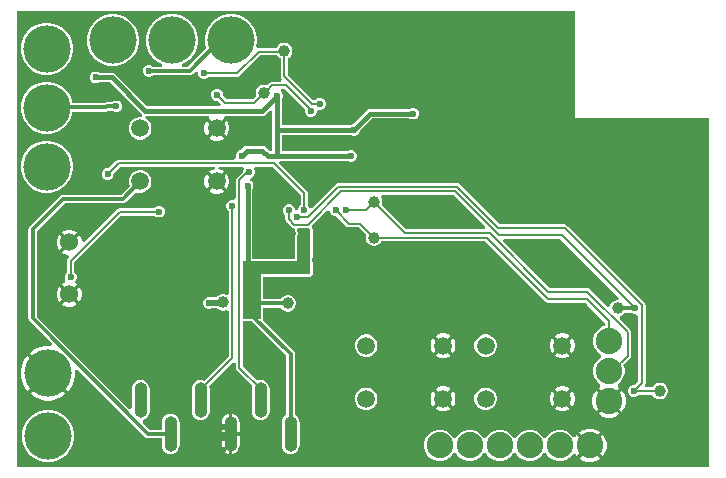
<source format=gbl>
G04*
G04 #@! TF.GenerationSoftware,Altium Limited,Altium Designer,25.4.2 (15)*
G04*
G04 Layer_Physical_Order=2*
G04 Layer_Color=16711680*
%FSLAX44Y44*%
%MOMM*%
G71*
G04*
G04 #@! TF.SameCoordinates,C4BCFB55-FD20-4FE3-AFDB-455A7CCC5DC8*
G04*
G04*
G04 #@! TF.FilePolarity,Positive*
G04*
G01*
G75*
%ADD10C,0.3000*%
%ADD11C,0.2000*%
%ADD78C,0.5000*%
%ADD80C,0.4000*%
%ADD82C,4.0000*%
%ADD83C,2.2352*%
%ADD84C,1.5000*%
%ADD85C,1.5240*%
%ADD86C,0.6000*%
%ADD87O,1.1000X3.0000*%
%ADD88C,1.0000*%
G36*
X479461Y304000D02*
X479616Y303220D01*
X480058Y302558D01*
X480720Y302116D01*
X481500Y301961D01*
X592940D01*
Y7060D01*
X7060D01*
Y392940D01*
X479461D01*
Y304000D01*
D02*
G37*
%LPC*%
G36*
X90167Y390000D02*
X85833D01*
X81583Y389155D01*
X77579Y387496D01*
X73976Y385089D01*
X70911Y382024D01*
X68504Y378421D01*
X66845Y374417D01*
X66000Y370167D01*
Y365833D01*
X66845Y361583D01*
X68504Y357579D01*
X70911Y353976D01*
X73976Y350911D01*
X77579Y348504D01*
X81583Y346846D01*
X85833Y346000D01*
X90167D01*
X94417Y346846D01*
X98421Y348504D01*
X102024Y350911D01*
X105089Y353976D01*
X107496Y357579D01*
X109155Y361583D01*
X110000Y365833D01*
Y370167D01*
X109155Y374417D01*
X107496Y378421D01*
X105089Y382024D01*
X102024Y385089D01*
X98421Y387496D01*
X94417Y389155D01*
X90167Y390000D01*
D02*
G37*
G36*
X190167D02*
X185833D01*
X181583Y389155D01*
X177579Y387496D01*
X173976Y385089D01*
X170912Y382024D01*
X168504Y378421D01*
X166845Y374417D01*
X166000Y370167D01*
Y365833D01*
X166845Y361583D01*
X167048Y361095D01*
X151522Y345569D01*
X146561D01*
X146163Y347569D01*
X148421Y348504D01*
X152024Y350911D01*
X155089Y353976D01*
X157496Y357579D01*
X159155Y361583D01*
X160000Y365833D01*
Y370167D01*
X159155Y374417D01*
X157496Y378421D01*
X155089Y382024D01*
X152024Y385089D01*
X148421Y387496D01*
X144417Y389155D01*
X140167Y390000D01*
X135833D01*
X131583Y389155D01*
X127579Y387496D01*
X123976Y385089D01*
X120912Y382024D01*
X118504Y378421D01*
X116846Y374417D01*
X116000Y370167D01*
Y365833D01*
X116846Y361583D01*
X118504Y357579D01*
X120912Y353976D01*
X123976Y350911D01*
X127579Y348504D01*
X129837Y347569D01*
X129439Y345569D01*
X122253D01*
X121332Y346489D01*
X119495Y347250D01*
X117505D01*
X115668Y346489D01*
X114261Y345082D01*
X113500Y343245D01*
Y341255D01*
X114261Y339418D01*
X115668Y338011D01*
X117505Y337250D01*
X119495D01*
X121332Y338011D01*
X121753Y338431D01*
X153000D01*
X154366Y338703D01*
X155523Y339477D01*
X158397Y342350D01*
X160092Y341217D01*
X160000Y340995D01*
Y339005D01*
X160761Y337168D01*
X162168Y335761D01*
X164005Y335000D01*
X165995D01*
X167832Y335761D01*
X169012Y336941D01*
X193000D01*
X193000Y336941D01*
X194171Y337174D01*
X195163Y337837D01*
X212767Y355441D01*
X226972D01*
X227399Y354702D01*
X228702Y353399D01*
X229941Y352683D01*
Y337500D01*
X229941Y337500D01*
X230174Y336329D01*
X230837Y335337D01*
X231268Y334907D01*
X230502Y333059D01*
X223000D01*
X223000Y333059D01*
X221829Y332826D01*
X220837Y332163D01*
X218698Y330024D01*
X216922Y330500D01*
X215078D01*
X213298Y330023D01*
X211702Y329101D01*
X210399Y327798D01*
X209477Y326202D01*
X209000Y324422D01*
Y322579D01*
X209370Y321196D01*
X206233Y318059D01*
X184267D01*
X181000Y321326D01*
Y322995D01*
X180239Y324832D01*
X178832Y326239D01*
X176995Y327000D01*
X175005D01*
X173168Y326239D01*
X171761Y324832D01*
X171000Y322995D01*
Y321005D01*
X171761Y319168D01*
X173168Y317761D01*
X175005Y317000D01*
X176674D01*
X179596Y314078D01*
X178767Y312078D01*
X117112D01*
X89807Y339384D01*
X88484Y340268D01*
X86923Y340578D01*
X86923Y340578D01*
X76493D01*
X76332Y340739D01*
X74495Y341500D01*
X72505D01*
X70668Y340739D01*
X69261Y339332D01*
X68500Y337495D01*
Y335505D01*
X69261Y333668D01*
X70668Y332261D01*
X72505Y331500D01*
X74495D01*
X76332Y332261D01*
X76493Y332422D01*
X85234D01*
X112539Y305116D01*
X112539Y305116D01*
X112240Y303148D01*
X112106Y303000D01*
X109749D01*
X107333Y302353D01*
X105167Y301102D01*
X103398Y299333D01*
X102148Y297167D01*
X101500Y294751D01*
Y292249D01*
X102148Y289833D01*
X103398Y287667D01*
X105167Y285898D01*
X107333Y284648D01*
X109749Y284000D01*
X112251D01*
X114667Y284648D01*
X116833Y285898D01*
X118602Y287667D01*
X119853Y289833D01*
X120500Y292249D01*
Y294751D01*
X119853Y297167D01*
X118602Y299333D01*
X116833Y301102D01*
X115388Y301936D01*
X115949Y303922D01*
X169051D01*
X169545Y302076D01*
X176000Y295621D01*
X182455Y302076D01*
X182949Y303922D01*
X214173D01*
X214173Y303922D01*
X215734Y304232D01*
X217057Y305116D01*
X221247Y309306D01*
X223095Y308541D01*
Y291399D01*
X223095Y291399D01*
X223095Y291399D01*
Y274106D01*
X220585D01*
X217307Y277384D01*
X215984Y278268D01*
X214423Y278578D01*
X214423Y278578D01*
X201423D01*
X199862Y278268D01*
X198539Y277384D01*
X198539Y277384D01*
X196155Y275000D01*
X196005D01*
X194168Y274239D01*
X192761Y272832D01*
X192000Y270995D01*
Y269006D01*
X190642Y267059D01*
X93000D01*
X91830Y266826D01*
X90837Y266163D01*
X84174Y259500D01*
X82505D01*
X80668Y258739D01*
X79261Y257332D01*
X78500Y255495D01*
Y253505D01*
X79261Y251668D01*
X80668Y250261D01*
X82505Y249500D01*
X84495D01*
X86332Y250261D01*
X87739Y251668D01*
X88500Y253505D01*
Y255174D01*
X94267Y260941D01*
X174476D01*
X174618Y259000D01*
X171947Y258284D01*
X169658Y256963D01*
X176000Y250621D01*
X182342Y256963D01*
X180053Y258284D01*
X177382Y259000D01*
X177524Y260941D01*
X197792D01*
X198761Y259082D01*
X198000Y257245D01*
Y256658D01*
X192837Y251495D01*
X192174Y250503D01*
X191941Y249332D01*
X191941Y249332D01*
Y234108D01*
X189995Y232750D01*
X188005D01*
X186168Y231989D01*
X184761Y230582D01*
X184000Y228745D01*
Y226755D01*
X184761Y224918D01*
X185941Y223738D01*
Y153539D01*
X183941Y152385D01*
X183702Y152523D01*
X181922Y153000D01*
X180079D01*
X178298Y152523D01*
X176702Y151601D01*
X175399Y150298D01*
X175388Y150279D01*
X171027D01*
X170495Y150500D01*
X168505D01*
X166668Y149739D01*
X165261Y148332D01*
X164500Y146495D01*
Y144505D01*
X165261Y142668D01*
X166668Y141261D01*
X168505Y140500D01*
X170495D01*
X171951Y141103D01*
X175997D01*
X176702Y140399D01*
X178298Y139477D01*
X180079Y139000D01*
X181922D01*
X183702Y139477D01*
X183941Y139615D01*
X185941Y138461D01*
Y100667D01*
X164981Y79707D01*
X164258Y80007D01*
X162300Y80265D01*
X160342Y80007D01*
X158518Y79251D01*
X156951Y78049D01*
X155749Y76482D01*
X154993Y74658D01*
X154735Y72700D01*
Y53700D01*
X154993Y51742D01*
X155749Y49918D01*
X156951Y48351D01*
X158518Y47149D01*
X160342Y46393D01*
X162300Y46135D01*
X164258Y46393D01*
X166082Y47149D01*
X167649Y48351D01*
X168851Y49918D01*
X169607Y51742D01*
X169865Y53700D01*
Y72700D01*
X169607Y74658D01*
X169307Y75381D01*
X189941Y96016D01*
X191941Y95187D01*
Y90800D01*
X191941Y90800D01*
X192174Y89629D01*
X192837Y88637D01*
X206093Y75381D01*
X205793Y74658D01*
X205535Y72700D01*
Y53700D01*
X205793Y51742D01*
X206549Y49918D01*
X207751Y48351D01*
X209318Y47149D01*
X211142Y46393D01*
X213100Y46135D01*
X215058Y46393D01*
X216882Y47149D01*
X218449Y48351D01*
X219651Y49918D01*
X220407Y51742D01*
X220665Y53700D01*
Y72700D01*
X220407Y74658D01*
X219651Y76482D01*
X218449Y78049D01*
X216882Y79251D01*
X215058Y80007D01*
X213100Y80265D01*
X211142Y80007D01*
X210418Y79707D01*
X198059Y92067D01*
Y129961D01*
X205492D01*
X234931Y100522D01*
Y50940D01*
X234718Y50851D01*
X233151Y49649D01*
X231949Y48082D01*
X231193Y46258D01*
X230935Y44300D01*
Y25300D01*
X231193Y23342D01*
X231949Y21518D01*
X233151Y19951D01*
X234718Y18749D01*
X236542Y17993D01*
X238500Y17735D01*
X240458Y17993D01*
X242282Y18749D01*
X243849Y19951D01*
X245051Y21518D01*
X245807Y23342D01*
X246065Y25300D01*
Y44300D01*
X245807Y46258D01*
X245051Y48082D01*
X243849Y49649D01*
X242282Y50851D01*
X242069Y50940D01*
Y102000D01*
X241797Y103366D01*
X241023Y104523D01*
X214661Y130886D01*
X214884Y131220D01*
X215039Y132000D01*
Y141681D01*
X229977D01*
X230399Y140952D01*
X231702Y139649D01*
X233298Y138727D01*
X235078Y138250D01*
X236922D01*
X238702Y138727D01*
X240298Y139649D01*
X241601Y140952D01*
X242523Y142548D01*
X243000Y144328D01*
Y146172D01*
X242523Y147952D01*
X241601Y149548D01*
X240298Y150851D01*
X238702Y151773D01*
X236922Y152250D01*
X235078D01*
X233298Y151773D01*
X231702Y150851D01*
X230399Y149548D01*
X229977Y148819D01*
X215039D01*
Y167961D01*
X255000D01*
X255780Y168116D01*
X256442Y168558D01*
X256884Y169220D01*
X257039Y170000D01*
Y180393D01*
X256884Y181173D01*
X256647Y181745D01*
Y182923D01*
X256884Y183495D01*
X257039Y184275D01*
Y208098D01*
X256963Y208482D01*
X256889Y208867D01*
X256885Y208872D01*
X256884Y208878D01*
X256666Y209204D01*
X256451Y209531D01*
X256474Y209702D01*
X256777Y211246D01*
X256941Y211615D01*
X269526Y224201D01*
X271526Y223372D01*
Y223032D01*
X272288Y221194D01*
X273694Y219788D01*
X275532Y219026D01*
X277148D01*
X285596Y210578D01*
X285596Y210578D01*
X286589Y209915D01*
X287759Y209682D01*
X295992D01*
X302370Y203304D01*
X302000Y201922D01*
Y200078D01*
X302477Y198298D01*
X303399Y196702D01*
X304702Y195399D01*
X306298Y194477D01*
X308078Y194000D01*
X309922D01*
X311702Y194477D01*
X313298Y195399D01*
X314601Y196702D01*
X315317Y197941D01*
X403076D01*
X454180Y146837D01*
X454180Y146837D01*
X455173Y146174D01*
X456343Y145941D01*
X487733D01*
X504941Y128733D01*
Y126221D01*
X502914Y125678D01*
X499910Y123943D01*
X497457Y121490D01*
X495722Y118486D01*
X494824Y115135D01*
Y111665D01*
X495722Y108314D01*
X497457Y105310D01*
X499910Y102857D01*
X501645Y101855D01*
Y99545D01*
X499910Y98543D01*
X497457Y96090D01*
X495722Y93086D01*
X494824Y89735D01*
Y86265D01*
X495722Y82914D01*
X497457Y79910D01*
X499910Y77457D01*
X500645Y77032D01*
Y74723D01*
X499296Y73944D01*
X499037Y73685D01*
X508000Y64721D01*
X516963Y73685D01*
X516704Y73944D01*
X515355Y74723D01*
Y77032D01*
X516090Y77457D01*
X518543Y79910D01*
X520278Y82914D01*
X521176Y86265D01*
Y89735D01*
X520303Y92995D01*
X526163Y98855D01*
X526163Y98855D01*
X526826Y99847D01*
X527059Y101018D01*
Y120735D01*
X527059Y120735D01*
X526826Y121906D01*
X526163Y122898D01*
X516981Y132079D01*
X517579Y134310D01*
X518202Y134477D01*
X519798Y135399D01*
X521101Y136702D01*
X521523Y137431D01*
X526497D01*
X527168Y136761D01*
X529005Y136000D01*
X530994D01*
X532941Y134642D01*
Y79267D01*
X529674Y76000D01*
X528005D01*
X526168Y75239D01*
X524761Y73832D01*
X524000Y71995D01*
Y70005D01*
X524761Y68168D01*
X526168Y66761D01*
X528005Y66000D01*
X529995D01*
X531832Y66761D01*
X533012Y67941D01*
X544683D01*
X545399Y66702D01*
X546702Y65399D01*
X548298Y64477D01*
X550078Y64000D01*
X551922D01*
X553702Y64477D01*
X555298Y65399D01*
X556601Y66702D01*
X557523Y68298D01*
X558000Y70078D01*
Y71922D01*
X557523Y73702D01*
X556601Y75298D01*
X555298Y76601D01*
X553702Y77523D01*
X551922Y78000D01*
X550078D01*
X548298Y77523D01*
X546702Y76601D01*
X545399Y75298D01*
X544683Y74059D01*
X538899D01*
X538708Y74521D01*
X538311Y76059D01*
X538826Y76830D01*
X539059Y78000D01*
Y143485D01*
X539059Y143485D01*
X538826Y144656D01*
X538163Y145648D01*
X472648Y211163D01*
X471656Y211826D01*
X470485Y212059D01*
X470485Y212059D01*
X415581D01*
X381477Y246163D01*
X380484Y246826D01*
X379314Y247059D01*
X379314Y247059D01*
X279000D01*
X277829Y246826D01*
X276837Y246163D01*
X256368Y225694D01*
X254028Y226182D01*
X253759Y226832D01*
X253059Y227533D01*
Y238485D01*
X253059Y238485D01*
X252826Y239656D01*
X252163Y240648D01*
X252163Y240648D01*
X228862Y263949D01*
X229690Y265949D01*
X286500D01*
X286660Y265788D01*
X288498Y265027D01*
X290487D01*
X292325Y265788D01*
X293731Y267195D01*
X294492Y269033D01*
Y271022D01*
X293731Y272860D01*
X292325Y274266D01*
X290487Y275027D01*
X288498D01*
X286660Y274266D01*
X286500Y274106D01*
X231251D01*
Y287922D01*
X289007D01*
X289168Y287761D01*
X291005Y287000D01*
X292995D01*
X294832Y287761D01*
X296239Y289168D01*
X297000Y291005D01*
Y291309D01*
X307612Y301922D01*
X339007D01*
X339168Y301761D01*
X341005Y301000D01*
X342995D01*
X344832Y301761D01*
X346239Y303168D01*
X347000Y305005D01*
Y306995D01*
X346239Y308832D01*
X344832Y310239D01*
X342995Y311000D01*
X341005D01*
X339168Y310239D01*
X339007Y310078D01*
X305923D01*
X305923Y310078D01*
X304362Y309768D01*
X303039Y308884D01*
X303039Y308884D01*
X291155Y297000D01*
X291005D01*
X289168Y296239D01*
X289007Y296078D01*
X231251D01*
Y317930D01*
X231489Y318168D01*
X232250Y320005D01*
Y321995D01*
X231489Y323832D01*
X230380Y324941D01*
X230676Y326349D01*
X230993Y326941D01*
X233233D01*
X250539Y309636D01*
X250401Y309305D01*
Y307316D01*
X251163Y305478D01*
X252569Y304072D01*
X254407Y303310D01*
X256396D01*
X258234Y304072D01*
X259640Y305478D01*
X260401Y307316D01*
Y307750D01*
X262006Y309250D01*
X263995D01*
X265832Y310011D01*
X267239Y311418D01*
X268000Y313255D01*
Y315245D01*
X267239Y317082D01*
X265832Y318489D01*
X263995Y319250D01*
X262005D01*
X260168Y318489D01*
X258988Y317309D01*
X257517D01*
X236059Y338767D01*
Y352683D01*
X237298Y353399D01*
X238601Y354702D01*
X239523Y356298D01*
X240000Y358078D01*
Y359922D01*
X239523Y361702D01*
X238601Y363298D01*
X237298Y364601D01*
X235702Y365523D01*
X233922Y366000D01*
X232078D01*
X230298Y365523D01*
X228702Y364601D01*
X227399Y363298D01*
X226477Y361702D01*
X226439Y361559D01*
X211500D01*
X211176Y361494D01*
X209538Y362851D01*
X209443Y363034D01*
X210000Y365833D01*
Y370167D01*
X209154Y374417D01*
X207496Y378421D01*
X205089Y382024D01*
X202024Y385089D01*
X198421Y387496D01*
X194417Y389155D01*
X190167Y390000D01*
D02*
G37*
G36*
X34167Y383000D02*
X29833D01*
X25583Y382155D01*
X21579Y380496D01*
X17976Y378088D01*
X14912Y375024D01*
X12504Y371421D01*
X10846Y367417D01*
X10000Y363167D01*
Y358833D01*
X10846Y354583D01*
X12504Y350579D01*
X14912Y346976D01*
X17976Y343912D01*
X21579Y341504D01*
X25583Y339846D01*
X29833Y339000D01*
X34167D01*
X38417Y339846D01*
X42421Y341504D01*
X46024Y343912D01*
X49089Y346976D01*
X51496Y350579D01*
X53155Y354583D01*
X54000Y358833D01*
Y363167D01*
X53155Y367417D01*
X51496Y371421D01*
X49089Y375024D01*
X46024Y378088D01*
X42421Y380496D01*
X38417Y382155D01*
X34167Y383000D01*
D02*
G37*
G36*
Y333000D02*
X29833D01*
X25583Y332155D01*
X21579Y330496D01*
X17976Y328088D01*
X14912Y325024D01*
X12504Y321421D01*
X10846Y317417D01*
X10000Y313167D01*
Y308833D01*
X10846Y304583D01*
X12504Y300579D01*
X14912Y296976D01*
X17976Y293911D01*
X21579Y291504D01*
X25583Y289846D01*
X29833Y289000D01*
X34167D01*
X38417Y289846D01*
X42421Y291504D01*
X46024Y293911D01*
X49089Y296976D01*
X51496Y300579D01*
X53155Y304583D01*
X53771Y307681D01*
X82000D01*
X83366Y307953D01*
X84082Y308431D01*
X87498D01*
X88168Y307761D01*
X90005Y307000D01*
X91995D01*
X93832Y307761D01*
X95239Y309168D01*
X96000Y311005D01*
Y312995D01*
X95239Y314832D01*
X93832Y316239D01*
X91995Y317000D01*
X90005D01*
X88168Y316239D01*
X87498Y315569D01*
X82750D01*
X81384Y315297D01*
X80668Y314819D01*
X53671D01*
X53155Y317417D01*
X51496Y321421D01*
X49089Y325024D01*
X46024Y328088D01*
X42421Y330496D01*
X38417Y332155D01*
X34167Y333000D01*
D02*
G37*
G36*
X184463Y299842D02*
X178121Y293500D01*
X184463Y287158D01*
X185784Y289447D01*
X186500Y292118D01*
Y294882D01*
X185784Y297553D01*
X184463Y299842D01*
D02*
G37*
G36*
X167537Y299842D02*
X166216Y297553D01*
X165500Y294882D01*
Y292118D01*
X166216Y289447D01*
X167537Y287158D01*
X173879Y293500D01*
X167537Y299842D01*
D02*
G37*
G36*
X176000Y291379D02*
X169658Y285037D01*
X171947Y283716D01*
X174618Y283000D01*
X177382D01*
X180053Y283716D01*
X182342Y285037D01*
X176000Y291379D01*
D02*
G37*
G36*
X184463Y254842D02*
X178121Y248500D01*
X184463Y242158D01*
X185784Y244447D01*
X186500Y247118D01*
Y249882D01*
X185784Y252553D01*
X184463Y254842D01*
D02*
G37*
G36*
X167537Y254842D02*
X166216Y252553D01*
X165500Y249882D01*
Y247118D01*
X166216Y244447D01*
X167537Y242158D01*
X173879Y248500D01*
X167537Y254842D01*
D02*
G37*
G36*
X112251Y258000D02*
X109749D01*
X107333Y257353D01*
X105167Y256102D01*
X103398Y254333D01*
X102148Y252167D01*
X101500Y249751D01*
Y247249D01*
X102148Y244833D01*
X102198Y244745D01*
X94772Y237319D01*
X45757D01*
X44392Y237047D01*
X43234Y236273D01*
X17477Y210516D01*
X16703Y209358D01*
X16431Y207993D01*
Y132472D01*
X16703Y131107D01*
X17477Y129949D01*
X36774Y110651D01*
X35831Y108887D01*
X35265Y109000D01*
X30735D01*
X26291Y108116D01*
X22105Y106382D01*
X18338Y103865D01*
X17797Y103324D01*
X34061Y87061D01*
X50324Y70797D01*
X50865Y71338D01*
X53382Y75105D01*
X55116Y79291D01*
X56000Y83735D01*
Y88265D01*
X55887Y88831D01*
X57651Y89774D01*
X115149Y32277D01*
X116306Y31503D01*
X117672Y31231D01*
X129335D01*
Y25300D01*
X129593Y23342D01*
X130349Y21518D01*
X131551Y19951D01*
X133118Y18749D01*
X134942Y17993D01*
X136900Y17735D01*
X138858Y17993D01*
X140682Y18749D01*
X142249Y19951D01*
X143451Y21518D01*
X144207Y23342D01*
X144465Y25300D01*
Y44300D01*
X144207Y46258D01*
X143451Y48082D01*
X142249Y49649D01*
X140682Y50851D01*
X138858Y51607D01*
X136900Y51865D01*
X134942Y51607D01*
X133118Y50851D01*
X131551Y49649D01*
X130349Y48082D01*
X129593Y46258D01*
X129335Y44300D01*
Y38369D01*
X119150D01*
X113180Y44339D01*
X113319Y45370D01*
X113809Y46538D01*
X115282Y47149D01*
X116849Y48351D01*
X118051Y49918D01*
X118807Y51742D01*
X119065Y53700D01*
Y72700D01*
X118807Y74658D01*
X118051Y76482D01*
X116849Y78049D01*
X115282Y79251D01*
X113458Y80007D01*
X111500Y80265D01*
X109542Y80007D01*
X107718Y79251D01*
X106151Y78049D01*
X104949Y76482D01*
X104193Y74658D01*
X103935Y72700D01*
Y56412D01*
X101935Y55584D01*
X23569Y133950D01*
Y206514D01*
X47235Y230181D01*
X96250D01*
X97616Y230453D01*
X98773Y231227D01*
X107245Y239698D01*
X107333Y239648D01*
X109749Y239000D01*
X112251D01*
X114667Y239648D01*
X116833Y240898D01*
X118602Y242667D01*
X119853Y244833D01*
X120500Y247249D01*
Y249751D01*
X119853Y252167D01*
X118602Y254333D01*
X116833Y256102D01*
X114667Y257353D01*
X112251Y258000D01*
D02*
G37*
G36*
X34167Y283000D02*
X29833D01*
X25583Y282155D01*
X21579Y280496D01*
X17976Y278088D01*
X14912Y275024D01*
X12504Y271421D01*
X10846Y267417D01*
X10000Y263167D01*
Y258833D01*
X10846Y254583D01*
X12504Y250579D01*
X14912Y246976D01*
X17976Y243911D01*
X21579Y241504D01*
X25583Y239846D01*
X29833Y239000D01*
X34167D01*
X38417Y239846D01*
X42421Y241504D01*
X46024Y243911D01*
X49089Y246976D01*
X51496Y250579D01*
X53155Y254583D01*
X54000Y258833D01*
Y263167D01*
X53155Y267417D01*
X51496Y271421D01*
X49089Y275024D01*
X46024Y278088D01*
X42421Y280496D01*
X38417Y282155D01*
X34167Y283000D01*
D02*
G37*
G36*
X176000Y246379D02*
X169658Y240037D01*
X171947Y238716D01*
X174618Y238000D01*
X177382D01*
X180053Y238716D01*
X182342Y240037D01*
X176000Y246379D01*
D02*
G37*
G36*
X127995Y228000D02*
X126005D01*
X124168Y227239D01*
X122761Y225832D01*
X122689Y225657D01*
X93598D01*
X92428Y225424D01*
X91435Y224761D01*
X91435Y224761D01*
X63620Y196946D01*
X61620Y197774D01*
Y198398D01*
X60896Y201099D01*
X59551Y203430D01*
X52061Y195939D01*
X44570Y188449D01*
X46901Y187104D01*
X49602Y186380D01*
X50226D01*
X51054Y184380D01*
X50087Y183413D01*
X49424Y182421D01*
X49191Y181250D01*
X49191Y181250D01*
Y171512D01*
X48011Y170332D01*
X47250Y168495D01*
Y166505D01*
X47789Y165205D01*
X47113Y162953D01*
X46901Y162896D01*
X44570Y161551D01*
X51000Y155121D01*
X57429Y161551D01*
X56650Y162001D01*
X56321Y164500D01*
X56489Y164668D01*
X57250Y166505D01*
Y168495D01*
X56489Y170332D01*
X55309Y171512D01*
Y179983D01*
X94865Y219540D01*
X123389D01*
X124168Y218761D01*
X126005Y218000D01*
X127995D01*
X129832Y218761D01*
X131239Y220168D01*
X132000Y222005D01*
Y223995D01*
X131239Y225832D01*
X129832Y227239D01*
X127995Y228000D01*
D02*
G37*
G36*
X52398Y207620D02*
X49602D01*
X46901Y206896D01*
X44570Y205551D01*
X51000Y199121D01*
X57429Y205551D01*
X55099Y206896D01*
X52398Y207620D01*
D02*
G37*
G36*
X42449Y203430D02*
X41104Y201099D01*
X40380Y198398D01*
Y195602D01*
X41104Y192901D01*
X42449Y190571D01*
X48879Y197000D01*
X42449Y203430D01*
D02*
G37*
G36*
X59551Y159430D02*
X53121Y153000D01*
X59551Y146571D01*
X60896Y148901D01*
X61620Y151602D01*
Y154398D01*
X60896Y157099D01*
X59551Y159430D01*
D02*
G37*
G36*
X42449Y159430D02*
X41104Y157099D01*
X40380Y154398D01*
Y151602D01*
X41104Y148901D01*
X42449Y146571D01*
X48879Y153000D01*
X42449Y159430D01*
D02*
G37*
G36*
X51000Y150879D02*
X44570Y144449D01*
X46901Y143104D01*
X49602Y142380D01*
X52398D01*
X55099Y143104D01*
X57429Y144449D01*
X51000Y150879D01*
D02*
G37*
G36*
X469882Y120000D02*
X467118D01*
X464447Y119284D01*
X462158Y117963D01*
X468500Y111621D01*
X474842Y117963D01*
X472553Y119284D01*
X469882Y120000D01*
D02*
G37*
G36*
X368882D02*
X366118D01*
X363447Y119284D01*
X361158Y117963D01*
X367500Y111621D01*
X373842Y117963D01*
X371553Y119284D01*
X368882Y120000D01*
D02*
G37*
G36*
X476963Y115842D02*
X470621Y109500D01*
X476963Y103158D01*
X478284Y105447D01*
X479000Y108118D01*
Y110882D01*
X478284Y113553D01*
X476963Y115842D01*
D02*
G37*
G36*
X375963D02*
X369621Y109500D01*
X375963Y103158D01*
X377284Y105447D01*
X378000Y108118D01*
Y110882D01*
X377284Y113553D01*
X375963Y115842D01*
D02*
G37*
G36*
X460037Y115842D02*
X458716Y113553D01*
X458000Y110882D01*
Y108118D01*
X458716Y105447D01*
X460037Y103158D01*
X466379Y109500D01*
X460037Y115842D01*
D02*
G37*
G36*
X359037D02*
X357716Y113553D01*
X357000Y110882D01*
Y108118D01*
X357716Y105447D01*
X359037Y103158D01*
X365379Y109500D01*
X359037Y115842D01*
D02*
G37*
G36*
X404751Y119000D02*
X402249D01*
X399833Y118353D01*
X397667Y117102D01*
X395898Y115333D01*
X394647Y113167D01*
X394000Y110751D01*
Y108249D01*
X394647Y105833D01*
X395898Y103667D01*
X397667Y101898D01*
X399833Y100647D01*
X402249Y100000D01*
X404751D01*
X407167Y100647D01*
X409333Y101898D01*
X411102Y103667D01*
X412353Y105833D01*
X413000Y108249D01*
Y110751D01*
X412353Y113167D01*
X411102Y115333D01*
X409333Y117102D01*
X407167Y118353D01*
X404751Y119000D01*
D02*
G37*
G36*
X303751D02*
X301249D01*
X298833Y118353D01*
X296667Y117102D01*
X294898Y115333D01*
X293647Y113167D01*
X293000Y110751D01*
Y108249D01*
X293647Y105833D01*
X294898Y103667D01*
X296667Y101898D01*
X298833Y100647D01*
X301249Y100000D01*
X303751D01*
X306167Y100647D01*
X308333Y101898D01*
X310102Y103667D01*
X311353Y105833D01*
X312000Y108249D01*
Y110751D01*
X311353Y113167D01*
X310102Y115333D01*
X308333Y117102D01*
X306167Y118353D01*
X303751Y119000D01*
D02*
G37*
G36*
X468500Y107379D02*
X462158Y101037D01*
X464447Y99716D01*
X467118Y99000D01*
X469882D01*
X472553Y99716D01*
X474842Y101037D01*
X468500Y107379D01*
D02*
G37*
G36*
X367500D02*
X361158Y101037D01*
X363447Y99716D01*
X366118Y99000D01*
X368882D01*
X371553Y99716D01*
X373842Y101037D01*
X367500Y107379D01*
D02*
G37*
G36*
X15676Y101203D02*
X15135Y100662D01*
X12618Y96895D01*
X10884Y92709D01*
X10000Y88265D01*
Y83735D01*
X10884Y79291D01*
X12618Y75105D01*
X15135Y71338D01*
X15676Y70797D01*
X30879Y86000D01*
X15676Y101203D01*
D02*
G37*
G36*
X368882Y75000D02*
X366118D01*
X363447Y74284D01*
X361158Y72963D01*
X367500Y66621D01*
X373842Y72963D01*
X371553Y74284D01*
X368882Y75000D01*
D02*
G37*
G36*
X469882D02*
X467118D01*
X464447Y74284D01*
X462158Y72963D01*
X468500Y66621D01*
X474842Y72963D01*
X472553Y74284D01*
X469882Y75000D01*
D02*
G37*
G36*
X33000Y83879D02*
X17797Y68676D01*
X18338Y68135D01*
X22105Y65618D01*
X26291Y63884D01*
X30735Y63000D01*
X35265D01*
X39709Y63884D01*
X43895Y65618D01*
X47662Y68135D01*
X48203Y68676D01*
X33000Y83879D01*
D02*
G37*
G36*
X476963Y70842D02*
X470621Y64500D01*
X476963Y58158D01*
X478284Y60447D01*
X479000Y63118D01*
Y65882D01*
X478284Y68553D01*
X476963Y70842D01*
D02*
G37*
G36*
X375963D02*
X369621Y64500D01*
X375963Y58158D01*
X377284Y60447D01*
X378000Y63118D01*
Y65882D01*
X377284Y68553D01*
X375963Y70842D01*
D02*
G37*
G36*
X460037Y70842D02*
X458716Y68553D01*
X458000Y65882D01*
Y63118D01*
X458716Y60447D01*
X460037Y58158D01*
X466379Y64500D01*
X460037Y70842D01*
D02*
G37*
G36*
X359037D02*
X357716Y68553D01*
X357000Y65882D01*
Y63118D01*
X357716Y60447D01*
X359037Y58158D01*
X365379Y64500D01*
X359037Y70842D01*
D02*
G37*
G36*
X404751Y74000D02*
X402249D01*
X399833Y73353D01*
X397667Y72102D01*
X395898Y70333D01*
X394647Y68167D01*
X394000Y65751D01*
Y63249D01*
X394647Y60833D01*
X395898Y58667D01*
X397667Y56898D01*
X399833Y55647D01*
X402249Y55000D01*
X404751D01*
X407167Y55647D01*
X409333Y56898D01*
X411102Y58667D01*
X412353Y60833D01*
X413000Y63249D01*
Y65751D01*
X412353Y68167D01*
X411102Y70333D01*
X409333Y72102D01*
X407167Y73353D01*
X404751Y74000D01*
D02*
G37*
G36*
X303751D02*
X301249D01*
X298833Y73353D01*
X296667Y72102D01*
X294898Y70333D01*
X293647Y68167D01*
X293000Y65751D01*
Y63249D01*
X293647Y60833D01*
X294898Y58667D01*
X296667Y56898D01*
X298833Y55647D01*
X301249Y55000D01*
X303751D01*
X306167Y55647D01*
X308333Y56898D01*
X310102Y58667D01*
X311353Y60833D01*
X312000Y63249D01*
Y65751D01*
X311353Y68167D01*
X310102Y70333D01*
X308333Y72102D01*
X306167Y73353D01*
X303751Y74000D01*
D02*
G37*
G36*
X468500Y62379D02*
X462158Y56037D01*
X464447Y54716D01*
X467118Y54000D01*
X469882D01*
X472553Y54716D01*
X474842Y56037D01*
X468500Y62379D01*
D02*
G37*
G36*
X367500D02*
X361158Y56037D01*
X363447Y54716D01*
X366118Y54000D01*
X368882D01*
X371553Y54716D01*
X373842Y56037D01*
X367500Y62379D01*
D02*
G37*
G36*
X519085Y71563D02*
X510121Y62600D01*
X519085Y53637D01*
X519344Y53896D01*
X521210Y57128D01*
X522176Y60734D01*
Y64466D01*
X521210Y68072D01*
X519344Y71304D01*
X519085Y71563D01*
D02*
G37*
G36*
X496915Y71563D02*
X496656Y71304D01*
X494790Y68072D01*
X493824Y64466D01*
Y60734D01*
X494790Y57128D01*
X496656Y53896D01*
X496915Y53637D01*
X505879Y62600D01*
X496915Y71563D01*
D02*
G37*
G36*
X508000Y60479D02*
X499037Y51515D01*
X499296Y51256D01*
X502528Y49390D01*
X506134Y48424D01*
X509866D01*
X513472Y49390D01*
X516704Y51256D01*
X516963Y51515D01*
X508000Y60479D01*
D02*
G37*
G36*
X189200Y51667D02*
Y36300D01*
X195265D01*
Y44300D01*
X195007Y46258D01*
X194251Y48082D01*
X193049Y49649D01*
X191482Y50851D01*
X189658Y51607D01*
X189200Y51667D01*
D02*
G37*
G36*
X186200D02*
X185742Y51607D01*
X183918Y50851D01*
X182351Y49649D01*
X181149Y48082D01*
X180393Y46258D01*
X180135Y44300D01*
Y36300D01*
X186200D01*
Y51667D01*
D02*
G37*
G36*
X468135Y38176D02*
X464665D01*
X461314Y37278D01*
X458310Y35543D01*
X455857Y33090D01*
X454855Y31355D01*
X452545D01*
X451543Y33090D01*
X449090Y35543D01*
X446086Y37278D01*
X442735Y38176D01*
X439265D01*
X435914Y37278D01*
X432910Y35543D01*
X430457Y33090D01*
X429455Y31355D01*
X427145D01*
X426143Y33090D01*
X423690Y35543D01*
X420686Y37278D01*
X417335Y38176D01*
X413865D01*
X410514Y37278D01*
X407510Y35543D01*
X405057Y33090D01*
X404055Y31355D01*
X401745D01*
X400743Y33090D01*
X398290Y35543D01*
X395286Y37278D01*
X391935Y38176D01*
X388465D01*
X385114Y37278D01*
X382110Y35543D01*
X379657Y33090D01*
X378655Y31355D01*
X376345D01*
X375343Y33090D01*
X372890Y35543D01*
X369886Y37278D01*
X366535Y38176D01*
X363065D01*
X359714Y37278D01*
X356710Y35543D01*
X354257Y33090D01*
X352522Y30086D01*
X351624Y26735D01*
Y23265D01*
X352522Y19914D01*
X354257Y16910D01*
X356710Y14457D01*
X359714Y12722D01*
X363065Y11824D01*
X366535D01*
X369886Y12722D01*
X372890Y14457D01*
X375343Y16910D01*
X376345Y18645D01*
X378655D01*
X379657Y16910D01*
X382110Y14457D01*
X385114Y12722D01*
X388465Y11824D01*
X391935D01*
X395286Y12722D01*
X398290Y14457D01*
X400743Y16910D01*
X401745Y18645D01*
X404055D01*
X405057Y16910D01*
X407510Y14457D01*
X410514Y12722D01*
X413865Y11824D01*
X417335D01*
X420686Y12722D01*
X423690Y14457D01*
X426143Y16910D01*
X427145Y18645D01*
X429455D01*
X430457Y16910D01*
X432910Y14457D01*
X435914Y12722D01*
X439265Y11824D01*
X442735D01*
X446086Y12722D01*
X449090Y14457D01*
X451543Y16910D01*
X452545Y18645D01*
X454855D01*
X455857Y16910D01*
X458310Y14457D01*
X461314Y12722D01*
X464665Y11824D01*
X468135D01*
X471486Y12722D01*
X474490Y14457D01*
X476943Y16910D01*
X477368Y17645D01*
X479677D01*
X480456Y16296D01*
X480715Y16037D01*
X489679Y25000D01*
X480715Y33963D01*
X480456Y33704D01*
X479677Y32355D01*
X477368D01*
X476943Y33090D01*
X474490Y35543D01*
X471486Y37278D01*
X468135Y38176D01*
D02*
G37*
G36*
X493666Y39176D02*
X489934D01*
X486328Y38210D01*
X483096Y36344D01*
X482837Y36085D01*
X491800Y27121D01*
X500763Y36085D01*
X500504Y36344D01*
X497272Y38210D01*
X493666Y39176D01*
D02*
G37*
G36*
X195265Y33300D02*
X189200D01*
Y17933D01*
X189658Y17993D01*
X191482Y18749D01*
X193049Y19951D01*
X194251Y21518D01*
X195007Y23342D01*
X195265Y25300D01*
Y33300D01*
D02*
G37*
G36*
X186200D02*
X180135D01*
Y25300D01*
X180393Y23342D01*
X181149Y21518D01*
X182351Y19951D01*
X183918Y18749D01*
X185742Y17993D01*
X186200Y17933D01*
Y33300D01*
D02*
G37*
G36*
X502885Y33963D02*
X493921Y25000D01*
X502885Y16037D01*
X503144Y16296D01*
X505010Y19528D01*
X505976Y23134D01*
Y26866D01*
X505010Y30472D01*
X503144Y33704D01*
X502885Y33963D01*
D02*
G37*
G36*
X35167Y55000D02*
X30833D01*
X26583Y54155D01*
X22579Y52496D01*
X18976Y50089D01*
X15912Y47024D01*
X13504Y43421D01*
X11846Y39417D01*
X11000Y35167D01*
Y30833D01*
X11846Y26583D01*
X13504Y22579D01*
X15912Y18976D01*
X18976Y15912D01*
X22579Y13504D01*
X26583Y11846D01*
X30833Y11000D01*
X35167D01*
X39417Y11846D01*
X43421Y13504D01*
X47024Y15912D01*
X50089Y18976D01*
X52496Y22579D01*
X54155Y26583D01*
X55000Y30833D01*
Y35167D01*
X54155Y39417D01*
X52496Y43421D01*
X50089Y47024D01*
X47024Y50089D01*
X43421Y52496D01*
X39417Y54155D01*
X35167Y55000D01*
D02*
G37*
G36*
X491800Y22879D02*
X482837Y13915D01*
X483096Y13656D01*
X486328Y11790D01*
X489934Y10824D01*
X493666D01*
X497272Y11790D01*
X500504Y13656D01*
X500763Y13915D01*
X491800Y22879D01*
D02*
G37*
%LPD*%
G36*
X246941Y237218D02*
Y228344D01*
X246688Y228239D01*
X245282Y226832D01*
X244520Y224995D01*
Y224971D01*
X244378Y224558D01*
X244302Y224472D01*
X243223Y224426D01*
X242000Y224995D01*
X241239Y226832D01*
X239832Y228239D01*
X237995Y229000D01*
X236005D01*
X234168Y228239D01*
X232761Y226832D01*
X232000Y224995D01*
Y223005D01*
X232761Y221168D01*
X233941Y219988D01*
Y216515D01*
X233941Y216515D01*
X234174Y215344D01*
X234837Y214352D01*
X239352Y209837D01*
X239352Y209837D01*
X240344Y209174D01*
X240604Y209123D01*
X241754Y208061D01*
X242059Y206941D01*
X242066Y206908D01*
X242061Y206874D01*
X242143Y206518D01*
X242215Y206161D01*
X242612Y205201D01*
Y204023D01*
X242116Y202825D01*
X241961Y202045D01*
Y183039D01*
X224303D01*
X223934Y182966D01*
X222328D01*
X221960Y183039D01*
X206078D01*
Y242007D01*
X206239Y242168D01*
X207000Y244005D01*
Y245995D01*
X206239Y247832D01*
X204832Y249239D01*
X204438Y249402D01*
X204599Y251500D01*
X205832Y252011D01*
X207239Y253418D01*
X208000Y255255D01*
Y257245D01*
X207239Y259082D01*
X208208Y260941D01*
X223218D01*
X246941Y237218D01*
D02*
G37*
G36*
X403424Y209907D02*
X402659Y208059D01*
X336267D01*
X315630Y228696D01*
X316000Y230078D01*
Y231922D01*
X315523Y233702D01*
X314807Y234941D01*
X315230Y236169D01*
X315787Y236941D01*
X376390D01*
X403424Y209907D01*
D02*
G37*
G36*
X253000Y208941D02*
X255000Y208098D01*
Y184275D01*
X254608Y183329D01*
Y181339D01*
X255000Y180393D01*
Y170000D01*
X213000D01*
Y132000D01*
X198059D01*
Y170000D01*
Y181000D01*
X221960D01*
X222137Y180927D01*
X224126D01*
X224303Y181000D01*
X244000D01*
Y202045D01*
X244651Y203617D01*
Y205607D01*
X244099Y206941D01*
X244851Y208941D01*
X253000D01*
X253000Y208941D01*
D02*
G37*
G36*
X516765Y149909D02*
X516700Y149544D01*
X515846Y148000D01*
X514578D01*
X512798Y147523D01*
X511202Y146601D01*
X509899Y145298D01*
X508977Y143702D01*
X508810Y143079D01*
X506580Y142481D01*
X491648Y157413D01*
X490656Y158076D01*
X489485Y158309D01*
X489485Y158309D01*
X458017D01*
X418232Y198093D01*
X418998Y199941D01*
X466733D01*
X516765Y149909D01*
D02*
G37*
D10*
X118500Y342250D02*
X118750Y342000D01*
X153000D01*
X179000Y368000D02*
X188000D01*
X153000Y342000D02*
X179000Y368000D01*
X82750Y312000D02*
X91000D01*
X82000Y311250D02*
X82750Y312000D01*
X26250Y311250D02*
X82000D01*
X515500Y141000D02*
X530000D01*
X20000Y207993D02*
X45757Y233750D01*
X96250D02*
X111000Y248500D01*
X45757Y233750D02*
X96250D01*
X20000Y132472D02*
Y207993D01*
Y132472D02*
X117672Y34800D01*
X136900D01*
X205750Y134750D02*
X238500Y102000D01*
Y34800D02*
Y102000D01*
X205000Y144000D02*
X205812D01*
X207062Y145250D01*
X236000D01*
D11*
X234500Y330000D02*
X255401Y309098D01*
X233000Y337500D02*
X256250Y314250D01*
X263000Y314250D01*
X233000Y337500D02*
Y358500D01*
X255401Y308310D02*
Y309098D01*
X195000Y249332D02*
X201918Y256250D01*
X203000D01*
X183000Y315000D02*
X207500D01*
X217531Y325031D02*
X218031D01*
X176000Y322000D02*
X183000Y315000D01*
X207500D02*
X217531Y325031D01*
X250000Y224480D02*
Y238485D01*
X249520Y224000D02*
X250000Y224480D01*
X224485Y264000D02*
X250000Y238485D01*
X241515Y212000D02*
X253000D01*
X468000Y203000D02*
X530000Y141000D01*
X237000Y216515D02*
X241515Y212000D01*
X244000Y218000D02*
X253000D01*
Y212000D02*
X281000Y240000D01*
X253000Y218000D02*
X279000Y244000D01*
X276526Y223974D02*
Y224026D01*
X165000Y340000D02*
X193000D01*
X211500Y358500D01*
X52250Y181250D02*
X93598Y222598D01*
X52250Y167500D02*
Y181250D01*
X93598Y222598D02*
X126598D01*
X211500Y358500D02*
X233000D01*
X404343Y201000D02*
X456343Y149000D01*
X489000D01*
X309000Y201000D02*
X404343D01*
X414314Y209000D02*
X470485D01*
X536000Y143485D01*
X379314Y244000D02*
X414314Y209000D01*
X414657Y203000D02*
X468000D01*
X377657Y240000D02*
X414657Y203000D01*
X279000Y244000D02*
X379314D01*
X281000Y240000D02*
X377657D01*
X309000Y231000D02*
X335000Y205000D01*
X407000D02*
X456750Y155250D01*
X335000Y205000D02*
X407000D01*
X489000Y149000D02*
X508000Y130000D01*
X456750Y155250D02*
X489485D01*
X524000Y120735D01*
X508000Y113400D02*
Y130000D01*
X510982Y88000D02*
X524000Y101018D01*
Y120735D01*
X508000Y88000D02*
X510982D01*
X536000Y78000D02*
Y143485D01*
X529000Y71000D02*
X551000D01*
X195000Y90800D02*
Y249332D01*
X83500Y254500D02*
X93000Y264000D01*
X224485D01*
X126598Y222598D02*
X127000Y223000D01*
X189000Y99400D02*
Y227750D01*
X213100Y63200D02*
Y72700D01*
X195000Y90800D02*
X213100Y72700D01*
X162300D02*
X189000Y99400D01*
X162300Y63200D02*
Y72700D01*
X223000Y330000D02*
X234500D01*
X218236Y325236D02*
X223000Y330000D01*
X276526Y223974D02*
X287759Y212741D01*
X285500Y224000D02*
X302000D01*
X287759Y212741D02*
X297259D01*
X302000Y224000D02*
X309000Y231000D01*
X297259Y212741D02*
X309000Y201000D01*
X529000Y71000D02*
X536000Y78000D01*
X237000Y216515D02*
Y224000D01*
D78*
X169500Y145500D02*
X169691Y145691D01*
X180691D01*
X181000Y146000D01*
D80*
X73500Y336500D02*
X86923D01*
X227774Y292000D02*
X292000D01*
X86923Y336500D02*
X115423Y308000D01*
X214173D02*
X227173Y321000D01*
X292000Y292077D02*
X305923Y306000D01*
X115423Y308000D02*
X214173D01*
X305923Y306000D02*
X342000D01*
X197000Y270077D02*
X201423Y274500D01*
X227111Y270027D02*
X227173Y270089D01*
X214423Y274500D02*
X218895Y270027D01*
X227111D02*
X289492D01*
X227173Y291399D02*
X227774Y292000D01*
X201423Y274500D02*
X214423D01*
X227173Y270089D02*
Y291399D01*
X218895Y270027D02*
X227111D01*
X227173Y291399D02*
Y320923D01*
X201250Y179491D02*
X202000Y180241D01*
Y245000D01*
D82*
X88000Y368000D02*
D03*
X188000D02*
D03*
X33000Y33000D02*
D03*
X32000Y261000D02*
D03*
Y311000D02*
D03*
Y361000D02*
D03*
X138000Y368000D02*
D03*
X33000Y86000D02*
D03*
D83*
X508000Y62600D02*
D03*
Y88000D02*
D03*
Y113400D02*
D03*
X364800Y25000D02*
D03*
X390200D02*
D03*
X415600D02*
D03*
X441000D02*
D03*
X466400D02*
D03*
X491800D02*
D03*
D84*
X468500Y64500D02*
D03*
Y109500D02*
D03*
X403500Y64500D02*
D03*
Y109500D02*
D03*
X302500D02*
D03*
Y64500D02*
D03*
X367500Y109500D02*
D03*
Y64500D02*
D03*
X111000Y293500D02*
D03*
Y248500D02*
D03*
X176000Y293500D02*
D03*
Y248500D02*
D03*
D85*
X51000Y197000D02*
D03*
Y153000D02*
D03*
D86*
X257000Y129250D02*
D03*
X246000Y121000D02*
D03*
X335374Y293911D02*
D03*
X312250Y333500D02*
D03*
X305250Y340500D02*
D03*
X296500D02*
D03*
X286500D02*
D03*
X276750D02*
D03*
X270250Y321000D02*
D03*
X118500Y342250D02*
D03*
X255401Y308310D02*
D03*
X256993Y321993D02*
D03*
X256000Y336000D02*
D03*
X203000Y256250D02*
D03*
X249520Y224000D02*
D03*
X244000Y218000D02*
D03*
X276526Y224026D02*
D03*
X275750Y208000D02*
D03*
X95000Y70000D02*
D03*
X515000Y12000D02*
D03*
X537000D02*
D03*
X588000D02*
D03*
X589000Y117000D02*
D03*
X338000Y12000D02*
D03*
X318000D02*
D03*
X295000D02*
D03*
X11000Y66000D02*
D03*
Y109000D02*
D03*
Y152000D02*
D03*
Y176000D02*
D03*
X11250Y200250D02*
D03*
X11500Y240000D02*
D03*
X11250Y286250D02*
D03*
X12000Y336500D02*
D03*
X12250Y388250D02*
D03*
X58750Y388500D02*
D03*
X208868Y347382D02*
D03*
X397000Y50000D02*
D03*
X457000Y89250D02*
D03*
Y169250D02*
D03*
Y129250D02*
D03*
X467000Y143000D02*
D03*
X486515D02*
D03*
X507000Y149250D02*
D03*
X467000Y309250D02*
D03*
X447000D02*
D03*
X587000Y269250D02*
D03*
Y229250D02*
D03*
Y189250D02*
D03*
X577000Y249250D02*
D03*
Y209250D02*
D03*
X567000Y189250D02*
D03*
X577000Y49250D02*
D03*
X547000Y189250D02*
D03*
X557000Y169250D02*
D03*
X547000Y149250D02*
D03*
Y109250D02*
D03*
X557000Y89250D02*
D03*
Y49250D02*
D03*
X547000Y29250D02*
D03*
X527000Y189250D02*
D03*
X537000Y169250D02*
D03*
Y49250D02*
D03*
X527000Y29250D02*
D03*
X507000Y189250D02*
D03*
X497000Y209250D02*
D03*
X487000Y109250D02*
D03*
Y69250D02*
D03*
X467000Y389250D02*
D03*
Y269250D02*
D03*
Y189250D02*
D03*
X477000Y169250D02*
D03*
Y129250D02*
D03*
Y89250D02*
D03*
Y49250D02*
D03*
X447000Y389250D02*
D03*
X457000Y369250D02*
D03*
Y289250D02*
D03*
X447000Y269250D02*
D03*
X427000Y389250D02*
D03*
X437000Y369250D02*
D03*
Y289250D02*
D03*
X407000Y389250D02*
D03*
X417000Y369250D02*
D03*
Y89250D02*
D03*
X387000Y389250D02*
D03*
X397000Y369250D02*
D03*
X387000Y349250D02*
D03*
X367000Y389250D02*
D03*
X377000Y369250D02*
D03*
X367000Y349250D02*
D03*
X377000Y329250D02*
D03*
X367000Y309250D02*
D03*
X377000Y89250D02*
D03*
Y49250D02*
D03*
X347000Y389250D02*
D03*
X357000Y369250D02*
D03*
X347000Y349250D02*
D03*
X357000Y329250D02*
D03*
X347000Y109250D02*
D03*
X357000Y89250D02*
D03*
X347000Y69250D02*
D03*
X357000Y49250D02*
D03*
X347000Y29250D02*
D03*
X327000Y389250D02*
D03*
X337000Y369250D02*
D03*
X327000Y349250D02*
D03*
Y109250D02*
D03*
X337000Y89250D02*
D03*
X327000Y69250D02*
D03*
X337000Y49250D02*
D03*
X327000Y29250D02*
D03*
X307000Y389250D02*
D03*
X317000Y369250D02*
D03*
X307000Y349250D02*
D03*
X317000Y89250D02*
D03*
Y49250D02*
D03*
X307000Y29250D02*
D03*
X287000Y389250D02*
D03*
X297000Y369250D02*
D03*
X287000Y349250D02*
D03*
Y309250D02*
D03*
X297000Y49250D02*
D03*
X287000Y29250D02*
D03*
X267000Y389250D02*
D03*
X277000Y129250D02*
D03*
X267000Y109250D02*
D03*
X247000Y389250D02*
D03*
Y349250D02*
D03*
X207000Y389250D02*
D03*
X167000Y229250D02*
D03*
X177000Y209250D02*
D03*
X167000Y189250D02*
D03*
X177000Y169250D02*
D03*
X157000Y289250D02*
D03*
Y169250D02*
D03*
X137000Y249250D02*
D03*
Y169250D02*
D03*
X127000Y109250D02*
D03*
X137000Y89250D02*
D03*
X127000Y69250D02*
D03*
X107000Y229250D02*
D03*
X117000Y129250D02*
D03*
X107000Y109250D02*
D03*
X117000Y89250D02*
D03*
X97000Y209250D02*
D03*
Y129250D02*
D03*
X87000Y109250D02*
D03*
X97000Y89250D02*
D03*
X67000Y269250D02*
D03*
Y109250D02*
D03*
X77000Y89250D02*
D03*
X67000Y69250D02*
D03*
X57000Y249250D02*
D03*
X37000Y209250D02*
D03*
X27000Y189250D02*
D03*
X37000Y129250D02*
D03*
X95000Y159000D02*
D03*
X198500Y336000D02*
D03*
X91000Y312000D02*
D03*
X151000Y329000D02*
D03*
X405000Y165000D02*
D03*
Y175000D02*
D03*
X388257Y193257D02*
D03*
X379000Y194000D02*
D03*
X405000Y185000D02*
D03*
X398429Y193429D02*
D03*
X325000Y232500D02*
D03*
X340000D02*
D03*
X355000D02*
D03*
X370000D02*
D03*
X400846Y240539D02*
D03*
X485000Y280000D02*
D03*
X565000D02*
D03*
X545000D02*
D03*
X525000D02*
D03*
X505000D02*
D03*
X112500Y388750D02*
D03*
X162500D02*
D03*
X279000Y360500D02*
D03*
X202000Y245000D02*
D03*
X230000Y250000D02*
D03*
X52250Y167500D02*
D03*
X189000Y227750D02*
D03*
X242250Y284500D02*
D03*
Y277250D02*
D03*
X271000Y284750D02*
D03*
X271250Y277250D02*
D03*
X305476Y293911D02*
D03*
X270632Y330368D02*
D03*
X264000Y341000D02*
D03*
X263000Y314250D02*
D03*
X285500Y224000D02*
D03*
X333563Y133510D02*
D03*
X323596Y134251D02*
D03*
X343525Y134301D02*
D03*
X345473Y192384D02*
D03*
X68500Y243500D02*
D03*
X73500Y336500D02*
D03*
X197000Y270000D02*
D03*
X227250Y321000D02*
D03*
X127000Y223000D02*
D03*
X289492Y270027D02*
D03*
X83500Y254500D02*
D03*
X216349Y223716D02*
D03*
X165000Y340000D02*
D03*
X176000Y322000D02*
D03*
X237000Y224000D02*
D03*
X398063Y334318D02*
D03*
X529000Y71000D02*
D03*
X530000Y141000D02*
D03*
X198500Y321000D02*
D03*
X279000Y376000D02*
D03*
X240227Y307500D02*
D03*
X250000Y203000D02*
D03*
X205000Y144000D02*
D03*
Y161000D02*
D03*
X403000Y135000D02*
D03*
X405000Y145000D02*
D03*
Y155000D02*
D03*
X393000Y135000D02*
D03*
X383000D02*
D03*
X358000Y192000D02*
D03*
X373000Y135000D02*
D03*
X369000Y193000D02*
D03*
X318410Y187572D02*
D03*
X325716Y194400D02*
D03*
X335715Y194569D02*
D03*
X287504Y146929D02*
D03*
X267799D02*
D03*
X269538Y181151D02*
D03*
X276000Y196000D02*
D03*
X289369Y181955D02*
D03*
X306670Y142931D02*
D03*
X296670D02*
D03*
X299143Y184069D02*
D03*
X309140Y183820D02*
D03*
X268500Y250000D02*
D03*
X248250D02*
D03*
X298000Y309000D02*
D03*
X342000Y306000D02*
D03*
X292000Y292000D02*
D03*
X587000Y298000D02*
D03*
X577000D02*
D03*
X567000D02*
D03*
X557000D02*
D03*
X547000D02*
D03*
X537000D02*
D03*
X527000D02*
D03*
X517000D02*
D03*
X507000D02*
D03*
X497000D02*
D03*
X487000D02*
D03*
X476000Y310000D02*
D03*
Y320000D02*
D03*
X476229Y365003D02*
D03*
X476000Y375000D02*
D03*
Y385000D02*
D03*
X524000Y266000D02*
D03*
X534000D02*
D03*
X544000D02*
D03*
X555000D02*
D03*
X562000Y254000D02*
D03*
Y240000D02*
D03*
Y225000D02*
D03*
X555000Y215000D02*
D03*
X544000D02*
D03*
X534000D02*
D03*
X524000D02*
D03*
X496000Y221000D02*
D03*
X486000D02*
D03*
X438000Y222000D02*
D03*
X340000Y259000D02*
D03*
X476128Y355571D02*
D03*
X469128Y355571D02*
D03*
X459128D02*
D03*
X449130Y355342D02*
D03*
X439133Y355571D02*
D03*
X429138Y355259D02*
D03*
X419202Y354131D02*
D03*
X410122Y349939D02*
D03*
X402808Y343120D02*
D03*
X396337Y324468D02*
D03*
X396212Y314469D02*
D03*
X390917Y305985D02*
D03*
X383846Y298914D02*
D03*
X375234Y293831D02*
D03*
X365299Y292690D02*
D03*
X355374Y293911D02*
D03*
X345374D02*
D03*
X325374D02*
D03*
X315425Y292905D02*
D03*
X309877Y262589D02*
D03*
X319869Y262971D02*
D03*
X329862Y262589D02*
D03*
X349862D02*
D03*
X359847Y263141D02*
D03*
X369835Y262663D02*
D03*
X379808Y261923D02*
D03*
X386704Y254681D02*
D03*
X393775Y247610D02*
D03*
X408240Y233806D02*
D03*
X416940Y228877D02*
D03*
X426569Y226176D02*
D03*
X446562Y225669D02*
D03*
X456562D02*
D03*
X466553Y226085D02*
D03*
X476545Y225669D02*
D03*
X506544D02*
D03*
X516544D02*
D03*
X518253Y256991D02*
D03*
X508253D02*
D03*
X498253D02*
D03*
X488253D02*
D03*
X478253D02*
D03*
X468290Y256131D02*
D03*
X458327Y256991D02*
D03*
X448327D02*
D03*
X438327D02*
D03*
X428388Y258094D02*
D03*
X420928Y264753D02*
D03*
X413857Y271824D02*
D03*
X410456Y281228D02*
D03*
X417433Y288392D02*
D03*
X423060Y296658D02*
D03*
X426521Y306041D02*
D03*
X427661Y315975D02*
D03*
X443278Y324249D02*
D03*
X453263Y324791D02*
D03*
X463248Y324249D02*
D03*
X363000Y135000D02*
D03*
X353000D02*
D03*
X216349Y213716D02*
D03*
Y203716D02*
D03*
X216878Y193730D02*
D03*
X223131Y185927D02*
D03*
X258487Y150571D02*
D03*
X316543Y141340D02*
D03*
X259608Y182334D02*
D03*
X239651Y204612D02*
D03*
X169500Y145500D02*
D03*
X163500Y136000D02*
D03*
X331000Y326000D02*
D03*
X318500D02*
D03*
X181000Y11000D02*
D03*
Y21000D02*
D03*
Y31000D02*
D03*
Y41000D02*
D03*
X156000Y91000D02*
D03*
X151000Y103500D02*
D03*
Y123500D02*
D03*
X246000Y98500D02*
D03*
Y108500D02*
D03*
X251500Y157000D02*
D03*
X246000Y164000D02*
D03*
D87*
X238500Y34800D02*
D03*
X213100Y63200D02*
D03*
X187700Y34800D02*
D03*
X162300Y63200D02*
D03*
X136900Y34800D02*
D03*
X111500Y63200D02*
D03*
D88*
X515500Y141000D02*
D03*
X551000Y71000D02*
D03*
X181000Y146000D02*
D03*
X236000Y145250D02*
D03*
X309000Y231000D02*
D03*
Y201000D02*
D03*
X233000Y359000D02*
D03*
X216000Y323500D02*
D03*
M02*

</source>
